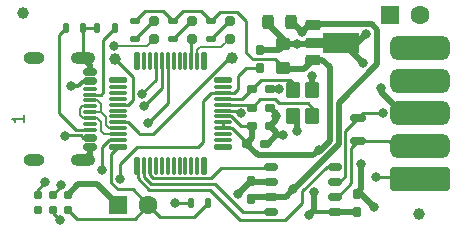
<source format=gtl>
%TF.GenerationSoftware,KiCad,Pcbnew,7.0.5*%
%TF.CreationDate,2023-06-19T14:47:57+02:00*%
%TF.ProjectId,candleLightfd-S01,63616e64-6c65-44c6-9967-687466642d53,R01*%
%TF.SameCoordinates,Original*%
%TF.FileFunction,Copper,L1,Top*%
%TF.FilePolarity,Positive*%
%FSLAX46Y46*%
G04 Gerber Fmt 4.6, Leading zero omitted, Abs format (unit mm)*
G04 Created by KiCad (PCBNEW 7.0.5) date 2023-06-19 14:47:58*
%MOMM*%
%LPD*%
G01*
G04 APERTURE LIST*
G04 Aperture macros list*
%AMRoundRect*
0 Rectangle with rounded corners*
0 $1 Rounding radius*
0 $2 $3 $4 $5 $6 $7 $8 $9 X,Y pos of 4 corners*
0 Add a 4 corners polygon primitive as box body*
4,1,4,$2,$3,$4,$5,$6,$7,$8,$9,$2,$3,0*
0 Add four circle primitives for the rounded corners*
1,1,$1+$1,$2,$3*
1,1,$1+$1,$4,$5*
1,1,$1+$1,$6,$7*
1,1,$1+$1,$8,$9*
0 Add four rect primitives between the rounded corners*
20,1,$1+$1,$2,$3,$4,$5,0*
20,1,$1+$1,$4,$5,$6,$7,0*
20,1,$1+$1,$6,$7,$8,$9,0*
20,1,$1+$1,$8,$9,$2,$3,0*%
G04 Aperture macros list end*
%ADD10C,0.150000*%
%TA.AperFunction,NonConductor*%
%ADD11C,0.150000*%
%TD*%
%TA.AperFunction,SMDPad,CuDef*%
%ADD12C,0.787000*%
%TD*%
%TA.AperFunction,SMDPad,CuDef*%
%ADD13RoundRect,0.125000X0.125000X0.325000X-0.125000X0.325000X-0.125000X-0.325000X0.125000X-0.325000X0*%
%TD*%
%TA.AperFunction,SMDPad,CuDef*%
%ADD14RoundRect,0.187500X0.212500X0.187500X-0.212500X0.187500X-0.212500X-0.187500X0.212500X-0.187500X0*%
%TD*%
%TA.AperFunction,SMDPad,CuDef*%
%ADD15RoundRect,0.187500X0.187500X-0.212500X0.187500X0.212500X-0.187500X0.212500X-0.187500X-0.212500X0*%
%TD*%
%TA.AperFunction,SMDPad,CuDef*%
%ADD16RoundRect,0.125000X-0.125000X-0.325000X0.125000X-0.325000X0.125000X0.325000X-0.125000X0.325000X0*%
%TD*%
%TA.AperFunction,SMDPad,CuDef*%
%ADD17RoundRect,0.187500X-0.212500X-0.187500X0.212500X-0.187500X0.212500X0.187500X-0.212500X0.187500X0*%
%TD*%
%TA.AperFunction,SMDPad,CuDef*%
%ADD18RoundRect,0.199390X-0.199390X0.199390X-0.199390X-0.199390X0.199390X-0.199390X0.199390X0.199390X0*%
%TD*%
%TA.AperFunction,SMDPad,CuDef*%
%ADD19RoundRect,0.250000X0.250000X0.375000X-0.250000X0.375000X-0.250000X-0.375000X0.250000X-0.375000X0*%
%TD*%
%TA.AperFunction,SMDPad,CuDef*%
%ADD20RoundRect,0.225000X-0.425000X-0.225000X0.425000X-0.225000X0.425000X0.225000X-0.425000X0.225000X0*%
%TD*%
%TA.AperFunction,SMDPad,CuDef*%
%ADD21RoundRect,0.225000X-0.775000X-0.225000X0.775000X-0.225000X0.775000X0.225000X-0.775000X0.225000X0*%
%TD*%
%TA.AperFunction,SMDPad,CuDef*%
%ADD22RoundRect,0.225000X-1.337500X-0.641500X1.337500X-0.641500X1.337500X0.641500X-1.337500X0.641500X0*%
%TD*%
%TA.AperFunction,SMDPad,CuDef*%
%ADD23RoundRect,0.125000X0.625000X0.125000X-0.625000X0.125000X-0.625000X-0.125000X0.625000X-0.125000X0*%
%TD*%
%TA.AperFunction,SMDPad,CuDef*%
%ADD24RoundRect,0.070000X0.680000X0.070000X-0.680000X0.070000X-0.680000X-0.070000X0.680000X-0.070000X0*%
%TD*%
%TA.AperFunction,SMDPad,CuDef*%
%ADD25RoundRect,0.125000X-0.125000X0.625000X-0.125000X-0.625000X0.125000X-0.625000X0.125000X0.625000X0*%
%TD*%
%TA.AperFunction,SMDPad,CuDef*%
%ADD26RoundRect,0.070000X-0.070000X0.680000X-0.070000X-0.680000X0.070000X-0.680000X0.070000X0.680000X0*%
%TD*%
%TA.AperFunction,SMDPad,CuDef*%
%ADD27RoundRect,0.125000X-0.625000X-0.125000X0.625000X-0.125000X0.625000X0.125000X-0.625000X0.125000X0*%
%TD*%
%TA.AperFunction,SMDPad,CuDef*%
%ADD28RoundRect,0.070000X-0.680000X-0.070000X0.680000X-0.070000X0.680000X0.070000X-0.680000X0.070000X0*%
%TD*%
%TA.AperFunction,SMDPad,CuDef*%
%ADD29RoundRect,0.125000X0.125000X-0.625000X0.125000X0.625000X-0.125000X0.625000X-0.125000X-0.625000X0*%
%TD*%
%TA.AperFunction,SMDPad,CuDef*%
%ADD30RoundRect,0.070000X0.070000X-0.680000X0.070000X0.680000X-0.070000X0.680000X-0.070000X-0.680000X0*%
%TD*%
%TA.AperFunction,SMDPad,CuDef*%
%ADD31RoundRect,0.150000X-0.425000X0.150000X-0.425000X-0.150000X0.425000X-0.150000X0.425000X0.150000X0*%
%TD*%
%TA.AperFunction,SMDPad,CuDef*%
%ADD32RoundRect,0.075000X-0.500000X0.075000X-0.500000X-0.075000X0.500000X-0.075000X0.500000X0.075000X0*%
%TD*%
%TA.AperFunction,ComponentPad*%
%ADD33O,2.100000X1.000000*%
%TD*%
%TA.AperFunction,ComponentPad*%
%ADD34O,1.800000X1.000000*%
%TD*%
%TA.AperFunction,SMDPad,CuDef*%
%ADD35RoundRect,0.200000X-2.300000X0.800000X-2.300000X-0.800000X2.300000X-0.800000X2.300000X0.800000X0*%
%TD*%
%TA.AperFunction,SMDPad,CuDef*%
%ADD36RoundRect,0.500000X-2.000000X0.500000X-2.000000X-0.500000X2.000000X-0.500000X2.000000X0.500000X0*%
%TD*%
%TA.AperFunction,FiducialPad,Global*%
%ADD37C,1.000000*%
%TD*%
%TA.AperFunction,SMDPad,CuDef*%
%ADD38C,1.000000*%
%TD*%
%TA.AperFunction,SMDPad,CuDef*%
%ADD39RoundRect,0.115000X-0.460000X0.585000X-0.460000X-0.585000X0.460000X-0.585000X0.460000X0.585000X0*%
%TD*%
%TA.AperFunction,SMDPad,CuDef*%
%ADD40RoundRect,0.125000X-0.325000X0.125000X-0.325000X-0.125000X0.325000X-0.125000X0.325000X0.125000X0*%
%TD*%
%TA.AperFunction,SMDPad,CuDef*%
%ADD41RoundRect,0.150000X-0.420000X-0.150000X0.420000X-0.150000X0.420000X0.150000X-0.420000X0.150000X0*%
%TD*%
%TA.AperFunction,ComponentPad*%
%ADD42R,1.600000X1.600000*%
%TD*%
%TA.AperFunction,ComponentPad*%
%ADD43C,1.600000*%
%TD*%
%TA.AperFunction,SMDPad,CuDef*%
%ADD44RoundRect,0.250000X0.375000X-0.250000X0.375000X0.250000X-0.375000X0.250000X-0.375000X-0.250000X0*%
%TD*%
%TA.AperFunction,SMDPad,CuDef*%
%ADD45RoundRect,0.175000X-0.475000X0.175000X-0.475000X-0.175000X0.475000X-0.175000X0.475000X0.175000X0*%
%TD*%
%TA.AperFunction,ViaPad*%
%ADD46C,0.800000*%
%TD*%
%TA.AperFunction,Conductor*%
%ADD47C,0.500000*%
%TD*%
%TA.AperFunction,Conductor*%
%ADD48C,0.250000*%
%TD*%
%TA.AperFunction,Conductor*%
%ADD49C,0.300000*%
%TD*%
%TA.AperFunction,Conductor*%
%ADD50C,0.200000*%
%TD*%
G04 APERTURE END LIST*
D10*
%TO.C,NB2*%
D11*
X102554819Y-130164285D02*
X102554819Y-130735713D01*
X102554819Y-130449999D02*
X101554819Y-130449999D01*
X101554819Y-130449999D02*
X101697676Y-130545237D01*
X101697676Y-130545237D02*
X101792914Y-130640475D01*
X101792914Y-130640475D02*
X101840533Y-130735713D01*
%TD*%
D12*
%TO.P,X3,1,P1*%
%TO.N,+3V3*%
X106270000Y-136865000D03*
%TO.P,X3,2,P2*%
%TO.N,/MCU/SWCLK*%
X106270000Y-138134000D03*
%TO.P,X3,3,P3*%
%TO.N,GND*%
X105000000Y-136865000D03*
%TO.P,X3,4,P4*%
%TO.N,/MCU/SWDIO*%
X105000000Y-138135000D03*
%TO.P,X3,5,P4*%
%TO.N,/MCU/NRST*%
X103730000Y-136865000D03*
%TO.P,X3,6,P4*%
%TO.N,unconnected-(X3-P4-Pad6)*%
X103730000Y-138135000D03*
%TD*%
D13*
%TO.P,R2,1*%
%TO.N,Net-(X1-CC1)*%
X110250000Y-122800000D03*
%TO.P,R2,2*%
%TO.N,GND*%
X108750000Y-122800000D03*
%TD*%
D14*
%TO.P,C2,1*%
%TO.N,GND*%
X123400000Y-127900000D03*
%TO.P,C2,2*%
%TO.N,Net-(U1F-PF1{slash}OSC_OUT)*%
X121900000Y-127900000D03*
%TD*%
D15*
%TO.P,C8,1*%
%TO.N,+3V3*%
X130750000Y-138300000D03*
%TO.P,C8,2*%
%TO.N,GND*%
X130750000Y-136800000D03*
%TD*%
D16*
%TO.P,R1,1*%
%TO.N,Net-(X1-CC2)*%
X106100000Y-122800000D03*
%TO.P,R1,2*%
%TO.N,GND*%
X107600000Y-122800000D03*
%TD*%
D17*
%TO.P,C4,1*%
%TO.N,+3V3*%
X121450000Y-132600000D03*
%TO.P,C4,2*%
%TO.N,GND*%
X122950000Y-132600000D03*
%TD*%
D18*
%TO.P,D1,1,A*%
%TO.N,Net-(D1-A)*%
X116800000Y-122200700D03*
%TO.P,D1,2,K*%
%TO.N,/MCU/LED_TX*%
X116800000Y-123699300D03*
%TD*%
D13*
%TO.P,R6,1*%
%TO.N,/MCU/SWCLK*%
X118200000Y-137550000D03*
%TO.P,R6,2*%
%TO.N,GND*%
X116700000Y-137550000D03*
%TD*%
D19*
%TO.P,C6,1*%
%TO.N,+5V*%
X125200000Y-122250000D03*
%TO.P,C6,2*%
%TO.N,GND*%
X123200000Y-122250000D03*
%TD*%
D20*
%TO.P,U2,1,VIN*%
%TO.N,+5V*%
X127050000Y-122500000D03*
D21*
%TO.P,U2,2,GND*%
%TO.N,GND*%
X127400000Y-124000000D03*
D22*
X129437500Y-124000000D03*
D20*
%TO.P,U2,3,VOUT*%
%TO.N,+3V3*%
X127050000Y-125500000D03*
%TD*%
D14*
%TO.P,C1,1*%
%TO.N,GND*%
X123400000Y-129500000D03*
%TO.P,C1,2*%
%TO.N,Net-(U1F-PF0{slash}OSC_IN)*%
X121900000Y-129500000D03*
%TD*%
D23*
%TO.P,U1,1,PC13*%
%TO.N,unconnected-(U1C-PC13-Pad1)*%
X119425000Y-132840000D03*
D24*
%TO.P,U1,2,PC14/OSC32_IN*%
%TO.N,unconnected-(U1C-PC14{slash}OSC32_IN-Pad2)*%
X119425000Y-132250000D03*
%TO.P,U1,3,PC15/OSC32_OUT*%
%TO.N,unconnected-(U1C-PC15{slash}OSC32_OUT-Pad3)*%
X119425000Y-131750000D03*
%TO.P,U1,4,VBAT*%
%TO.N,+3V3*%
X119425000Y-131250000D03*
%TO.P,U1,5,VREF+*%
X119425000Y-130750000D03*
%TO.P,U1,6,VDD/VDDA*%
X119425000Y-130250000D03*
%TO.P,U1,7,VSS/VSSA*%
%TO.N,GND*%
X119425000Y-129750000D03*
%TO.P,U1,8,PF0/OSC_IN*%
%TO.N,Net-(U1F-PF0{slash}OSC_IN)*%
X119425000Y-129250000D03*
%TO.P,U1,9,PF1/OSC_OUT*%
%TO.N,Net-(U1F-PF1{slash}OSC_OUT)*%
X119425000Y-128750000D03*
%TO.P,U1,10,PF2/NRST*%
%TO.N,/MCU/NRST*%
X119425000Y-128250000D03*
%TO.P,U1,11,PA0*%
%TO.N,unconnected-(U1A-PA0-Pad11)*%
X119425000Y-127750000D03*
D23*
%TO.P,U1,12,PA1*%
%TO.N,unconnected-(U1A-PA1-Pad12)*%
X119425000Y-127160000D03*
D25*
%TO.P,U1,13,PA2*%
%TO.N,unconnected-(U1A-PA2-Pad13)*%
X117840000Y-125575000D03*
D26*
%TO.P,U1,14,PA3*%
%TO.N,/MCU/LED_RX*%
X117250000Y-125575000D03*
%TO.P,U1,15,PA4*%
%TO.N,/MCU/LED_TX*%
X116750000Y-125575000D03*
%TO.P,U1,16,PA5*%
%TO.N,unconnected-(U1A-PA5-Pad16)*%
X116250000Y-125575000D03*
%TO.P,U1,17,PA6*%
%TO.N,unconnected-(U1A-PA6-Pad17)*%
X115750000Y-125575000D03*
%TO.P,U1,18,PA7*%
%TO.N,unconnected-(U1A-PA7-Pad18)*%
X115250000Y-125575000D03*
%TO.P,U1,19,PB0*%
%TO.N,/CAN Transiver/CAN2_RX*%
X114750000Y-125575000D03*
%TO.P,U1,20,PB1*%
%TO.N,/CAN Transiver/CAN2_TX*%
X114250000Y-125575000D03*
%TO.P,U1,21,PB2*%
%TO.N,/CAN Transiver/CAN2_S*%
X113750000Y-125575000D03*
%TO.P,U1,22,PB10*%
%TO.N,unconnected-(U1B-PB10-Pad22)*%
X113250000Y-125575000D03*
%TO.P,U1,23,PB11*%
%TO.N,unconnected-(U1B-PB11-Pad23)*%
X112750000Y-125575000D03*
D25*
%TO.P,U1,24,PB12*%
%TO.N,unconnected-(U1B-PB12-Pad24)*%
X112160000Y-125575000D03*
D27*
%TO.P,U1,25,PB13*%
%TO.N,unconnected-(U1B-PB13-Pad25)*%
X110575000Y-127160000D03*
D28*
%TO.P,U1,26,PB14*%
%TO.N,unconnected-(U1B-PB14-Pad26)*%
X110575000Y-127750000D03*
%TO.P,U1,27,PB15*%
%TO.N,unconnected-(U1B-PB15-Pad27)*%
X110575000Y-128250000D03*
%TO.P,U1,28,PA8*%
%TO.N,unconnected-(U1A-PA8-Pad28)*%
X110575000Y-128750000D03*
%TO.P,U1,29,PA9*%
%TO.N,/MCU/TX*%
X110575000Y-129250000D03*
%TO.P,U1,30,PC6*%
%TO.N,unconnected-(U1C-PC6-Pad30)*%
X110575000Y-129750000D03*
%TO.P,U1,31,PC7*%
%TO.N,unconnected-(U1C-PC7-Pad31)*%
X110575000Y-130250000D03*
%TO.P,U1,32,PA10*%
%TO.N,/MCU/RX*%
X110575000Y-130750000D03*
%TO.P,U1,33,PA11[PA9]*%
%TO.N,/USB_N*%
X110575000Y-131250000D03*
%TO.P,U1,34,PA12[PA10]*%
%TO.N,/USB_P*%
X110575000Y-131750000D03*
%TO.P,U1,35,PA13*%
%TO.N,/MCU/SWDIO*%
X110575000Y-132250000D03*
D27*
%TO.P,U1,36,PA14/BOOT0*%
%TO.N,/MCU/SWCLK*%
X110575000Y-132840000D03*
D29*
%TO.P,U1,37,PA15*%
%TO.N,/CAN Transiver/CAN1_S*%
X112160000Y-134425000D03*
D30*
%TO.P,U1,38,PD0*%
%TO.N,/CAN Transiver/CAN1_RX*%
X112750000Y-134425000D03*
%TO.P,U1,39,PD1*%
%TO.N,/CAN Transiver/CAN1_TX*%
X113250000Y-134425000D03*
%TO.P,U1,40,PD2*%
%TO.N,unconnected-(U1D-PD2-Pad40)*%
X113750000Y-134425000D03*
%TO.P,U1,41,PD3*%
%TO.N,unconnected-(U1D-PD3-Pad41)*%
X114250000Y-134425000D03*
%TO.P,U1,42,PB3*%
%TO.N,unconnected-(U1B-PB3-Pad42)*%
X114750000Y-134425000D03*
%TO.P,U1,43,PB4*%
%TO.N,unconnected-(U1B-PB4-Pad43)*%
X115250000Y-134425000D03*
%TO.P,U1,44,PB5*%
%TO.N,unconnected-(U1B-PB5-Pad44)*%
X115750000Y-134425000D03*
%TO.P,U1,45,PB6*%
%TO.N,unconnected-(U1B-PB6-Pad45)*%
X116250000Y-134425000D03*
%TO.P,U1,46,PB7*%
%TO.N,unconnected-(U1B-PB7-Pad46)*%
X116750000Y-134425000D03*
%TO.P,U1,47,PB8*%
%TO.N,unconnected-(U1B-PB8-Pad47)*%
X117250000Y-134425000D03*
D29*
%TO.P,U1,48,PB9*%
%TO.N,unconnected-(U1B-PB9-Pad48)*%
X117840000Y-134425000D03*
%TD*%
D17*
%TO.P,C5,1*%
%TO.N,+3V3*%
X121900000Y-131050000D03*
%TO.P,C5,2*%
%TO.N,GND*%
X123400000Y-131050000D03*
%TD*%
D31*
%TO.P,X1,A1,GND*%
%TO.N,GND*%
X108180000Y-126450000D03*
%TO.P,X1,A4,VBUS*%
%TO.N,+5V*%
X108180000Y-127250000D03*
D32*
%TO.P,X1,A5,CC1*%
%TO.N,Net-(X1-CC1)*%
X108180000Y-128400000D03*
%TO.P,X1,A6,DP1*%
%TO.N,/USB_P*%
X108180000Y-129400000D03*
%TO.P,X1,A7,DN1*%
%TO.N,/USB_N*%
X108180000Y-129900000D03*
%TO.P,X1,A8,SBU1*%
%TO.N,unconnected-(X1-SBU1-PadA8)*%
X108180000Y-130900000D03*
D31*
%TO.P,X1,B1,GND*%
%TO.N,GND*%
X108180000Y-132850000D03*
%TO.P,X1,B4,VBUS*%
%TO.N,+5V*%
X108180000Y-132050000D03*
D32*
%TO.P,X1,B5,CC2*%
%TO.N,Net-(X1-CC2)*%
X108180000Y-131400000D03*
%TO.P,X1,B6,DP2*%
%TO.N,/USB_P*%
X108180000Y-130400000D03*
%TO.P,X1,B7,DN2*%
%TO.N,/USB_N*%
X108180000Y-128900000D03*
%TO.P,X1,B8,SBU2*%
%TO.N,unconnected-(X1-SBU2-PadB8)*%
X108180000Y-127900000D03*
D33*
%TO.P,X1,SH,Shield*%
%TO.N,GND*%
X107605000Y-125330000D03*
D34*
X103425000Y-125330000D03*
D33*
X107605000Y-133970000D03*
D34*
X103425000Y-133970000D03*
%TD*%
D35*
%TO.P,X2,1*%
%TO.N,/CAN2_L*%
X136100000Y-135540000D03*
D36*
%TO.P,X2,2*%
%TO.N,/CAN1_L*%
X136100000Y-132770000D03*
%TO.P,X2,3*%
%TO.N,GND*%
X136100000Y-130000000D03*
%TO.P,X2,4*%
%TO.N,unconnected-(X2-Pad4)*%
X136100000Y-127230000D03*
%TO.P,X2,5*%
%TO.N,/SH*%
X136100000Y-124460000D03*
%TD*%
D37*
%TO.P,NB4,~*%
%TO.N,N/C*%
X102500000Y-121500000D03*
%TD*%
D38*
%TO.P,TP5,1*%
%TO.N,/MCU/TX*%
X110300000Y-125400000D03*
%TD*%
D15*
%TO.P,C3,1*%
%TO.N,/MCU/NRST*%
X122550000Y-126150000D03*
%TO.P,C3,2*%
%TO.N,GND*%
X122550000Y-124650000D03*
%TD*%
D39*
%TO.P,Y1,1,C_{1}*%
%TO.N,Net-(U1F-PF1{slash}OSC_OUT)*%
X125350000Y-128050000D03*
%TO.P,Y1,2,GND*%
%TO.N,GND*%
X125350000Y-130250000D03*
%TO.P,Y1,3,C_{2}*%
%TO.N,Net-(U1F-PF0{slash}OSC_IN)*%
X126950000Y-130250000D03*
%TO.P,Y1,4,GND*%
%TO.N,GND*%
X126950000Y-128050000D03*
%TD*%
D40*
%TO.P,R3,1*%
%TO.N,+3V3*%
X115200000Y-122200000D03*
%TO.P,R3,2*%
%TO.N,Net-(D1-A)*%
X115200000Y-123700000D03*
%TD*%
D41*
%TO.P,U3,1,TXD*%
%TO.N,/CAN Transiver/CAN1_TX*%
X123500000Y-134495000D03*
%TO.P,U3,2,GND*%
%TO.N,GND*%
X123500000Y-135765000D03*
%TO.P,U3,3,VCC*%
%TO.N,+5V*%
X123500000Y-137035000D03*
%TO.P,U3,4,RXD*%
%TO.N,/CAN Transiver/CAN1_RX*%
X123500000Y-138305000D03*
%TO.P,U3,5,VIO*%
%TO.N,+3V3*%
X128900000Y-138305000D03*
%TO.P,U3,6,CANL*%
%TO.N,/CAN1_L*%
X128900000Y-137035000D03*
%TO.P,U3,7,CANH*%
%TO.N,/CAN1_H*%
X128900000Y-135765000D03*
%TO.P,U3,8,S*%
%TO.N,/CAN Transiver/CAN1_S*%
X128900000Y-134495000D03*
%TD*%
D42*
%TO.P,P2,1,P1*%
%TO.N,+3V3*%
X110580000Y-137750000D03*
D43*
%TO.P,P2,2,P2*%
%TO.N,/MCU/SWCLK*%
X113120000Y-137750000D03*
%TD*%
D44*
%TO.P,C7,1*%
%TO.N,+3V3*%
X124550000Y-126150000D03*
%TO.P,C7,2*%
%TO.N,GND*%
X124550000Y-124150000D03*
%TD*%
D42*
%TO.P,P1,1,P1*%
%TO.N,GND*%
X133600000Y-121650000D03*
D43*
%TO.P,P1,2,P2*%
%TO.N,+12V*%
X136140000Y-121650000D03*
%TD*%
D15*
%TO.P,C10,1*%
%TO.N,+5V*%
X121800000Y-137250000D03*
%TO.P,C10,2*%
%TO.N,GND*%
X121800000Y-135750000D03*
%TD*%
D18*
%TO.P,D2,1,A*%
%TO.N,Net-(D2-A)*%
X120000000Y-122200700D03*
%TO.P,D2,2,K*%
%TO.N,/MCU/LED_RX*%
X120000000Y-123699300D03*
%TD*%
D40*
%TO.P,R5,1*%
%TO.N,+3V3*%
X112000000Y-122200000D03*
%TO.P,R5,2*%
%TO.N,Net-(D3-A)*%
X112000000Y-123700000D03*
%TD*%
D45*
%TO.P,R7,1*%
%TO.N,/CAN1_H*%
X130900000Y-130400000D03*
%TO.P,R7,2*%
%TO.N,/CAN1_L*%
X130900000Y-132300000D03*
%TD*%
D40*
%TO.P,R4,1*%
%TO.N,+3V3*%
X118400000Y-122200000D03*
%TO.P,R4,2*%
%TO.N,Net-(D2-A)*%
X118400000Y-123700000D03*
%TD*%
D38*
%TO.P,TP4,1*%
%TO.N,/MCU/RX*%
X120200000Y-125300000D03*
%TD*%
D18*
%TO.P,D3,1,A*%
%TO.N,Net-(D3-A)*%
X113600000Y-122200700D03*
%TO.P,D3,2,K*%
%TO.N,GND*%
X113600000Y-123699300D03*
%TD*%
D37*
%TO.P,NB3,~*%
%TO.N,N/C*%
X136000000Y-138500000D03*
%TD*%
D46*
%TO.N,+3V3*%
X126750000Y-138600000D03*
X127555074Y-133055074D03*
X127175500Y-136625500D03*
%TO.N,GND*%
X110200000Y-124300000D03*
X124150000Y-127900000D03*
X131500000Y-123300000D03*
X132800000Y-127800000D03*
X105716784Y-136040375D03*
X120700000Y-136800000D03*
X131300000Y-125750000D03*
X125700000Y-124150000D03*
X127000000Y-126850000D03*
X124500000Y-131850000D03*
X123900000Y-130250000D03*
X125700000Y-131500000D03*
X115400000Y-137550000D03*
X132200000Y-137900000D03*
X120917241Y-129992643D03*
X131100000Y-134300000D03*
%TO.N,+5V*%
X106050000Y-131900000D03*
X125400000Y-136400000D03*
X106550000Y-127700500D03*
X126100000Y-123100000D03*
%TO.N,/CAN1_H*%
X133000500Y-130000000D03*
%TO.N,/CAN2_L*%
X132375500Y-135337701D03*
%TO.N,/MCU/SWDIO*%
X105600000Y-139000000D03*
X109225500Y-134775500D03*
%TO.N,/CAN Transiver/CAN2_RX*%
X113050000Y-130800000D03*
%TO.N,/CAN Transiver/CAN2_TX*%
X112750000Y-129350000D03*
%TO.N,/CAN Transiver/CAN2_S*%
X112594115Y-128362729D03*
%TO.N,/MCU/NRST*%
X110750500Y-135569301D03*
X104400000Y-135824500D03*
%TD*%
D47*
%TO.N,+3V3*%
X108780000Y-135950000D02*
X110580000Y-137750000D01*
D48*
X121400000Y-132416386D02*
X121400000Y-132550000D01*
D47*
X128450000Y-132350000D02*
X128450000Y-126100000D01*
D48*
X118400000Y-122200000D02*
X117550000Y-121350000D01*
D47*
X128900000Y-138305000D02*
X130695000Y-138305000D01*
D49*
X127306000Y-138305000D02*
X127175500Y-138174500D01*
D48*
X121400000Y-122200000D02*
X120600000Y-121400000D01*
D47*
X126750000Y-138600000D02*
X127175500Y-138174500D01*
D48*
X121950000Y-125400000D02*
X121400000Y-124850000D01*
X120233614Y-131250000D02*
X121400000Y-132416386D01*
X119200000Y-121400000D02*
X118400000Y-122200000D01*
X117550000Y-121350000D02*
X116050000Y-121350000D01*
X119425000Y-130750000D02*
X119425000Y-131250000D01*
D47*
X127060148Y-133550000D02*
X127555074Y-133055074D01*
X106270000Y-136865000D02*
X107185000Y-135950000D01*
D48*
X121400000Y-124850000D02*
X121400000Y-122200000D01*
X116050000Y-121350000D02*
X115200000Y-122200000D01*
D47*
X127850000Y-125500000D02*
X127050000Y-125500000D01*
D48*
X120950000Y-131050000D02*
X121900000Y-131050000D01*
D47*
X121400000Y-132550000D02*
X122400000Y-133550000D01*
X127175500Y-138174500D02*
X127175500Y-136625500D01*
D48*
X124500000Y-126250000D02*
X124500000Y-126100000D01*
X120600000Y-121400000D02*
X119200000Y-121400000D01*
X119425000Y-130250000D02*
X120150000Y-130250000D01*
X123800000Y-125400000D02*
X121950000Y-125400000D01*
D47*
X128450000Y-126100000D02*
X127850000Y-125500000D01*
D48*
X112000000Y-122200000D02*
X112850000Y-121350000D01*
X119425000Y-131250000D02*
X120233614Y-131250000D01*
D47*
X122400000Y-133550000D02*
X127060148Y-133550000D01*
X124500000Y-126250000D02*
X126300000Y-126250000D01*
X127555074Y-133055074D02*
X127744926Y-133055074D01*
D49*
X128900000Y-138305000D02*
X127306000Y-138305000D01*
D48*
X124500000Y-126100000D02*
X123800000Y-125400000D01*
D47*
X126300000Y-126250000D02*
X127050000Y-125500000D01*
X127744926Y-133055074D02*
X128450000Y-132350000D01*
X121900000Y-132050000D02*
X121900000Y-131050000D01*
X130695000Y-138305000D02*
X130750000Y-138250000D01*
D48*
X114350000Y-121350000D02*
X115200000Y-122200000D01*
D47*
X107185000Y-135950000D02*
X108780000Y-135950000D01*
X121400000Y-132550000D02*
X121900000Y-132050000D01*
D48*
X120150000Y-130250000D02*
X120950000Y-131050000D01*
X112850000Y-121350000D02*
X114350000Y-121350000D01*
D47*
%TO.N,GND*%
X124600000Y-124150000D02*
X124225000Y-124525000D01*
X130750000Y-136750000D02*
X131050000Y-136750000D01*
X132800000Y-127800000D02*
X132800000Y-128200000D01*
X131100000Y-136400000D02*
X131100000Y-134300000D01*
X123900000Y-130250000D02*
X123900000Y-130000000D01*
X129550000Y-124000000D02*
X131300000Y-125750000D01*
X121865000Y-135765000D02*
X121800000Y-135700000D01*
X120700000Y-136800000D02*
X121800000Y-135700000D01*
X123900000Y-130550000D02*
X123900000Y-130250000D01*
D48*
X107600000Y-122800000D02*
X107605000Y-122805000D01*
D47*
X125700000Y-131500000D02*
X125700000Y-130600000D01*
X123500000Y-135765000D02*
X121865000Y-135765000D01*
X123400000Y-127900000D02*
X124150000Y-127900000D01*
X125700000Y-130600000D02*
X125350000Y-130250000D01*
X127000000Y-126850000D02*
X127000000Y-128000000D01*
D48*
X105716784Y-136148216D02*
X105000000Y-136865000D01*
D47*
X125700000Y-124150000D02*
X124600000Y-124150000D01*
X123900000Y-131850000D02*
X123200000Y-132550000D01*
X108180000Y-125905000D02*
X107605000Y-125330000D01*
D48*
X120917241Y-129992643D02*
X120674598Y-129750000D01*
D50*
X110200000Y-124300000D02*
X112999300Y-124300000D01*
D47*
X132800000Y-128200000D02*
X134600000Y-130000000D01*
D48*
X120674598Y-129750000D02*
X119425000Y-129750000D01*
D47*
X127250000Y-124150000D02*
X127400000Y-124000000D01*
X108180000Y-132850000D02*
X108180000Y-133395000D01*
X124100000Y-124650000D02*
X124225000Y-124525000D01*
X122550000Y-124650000D02*
X124100000Y-124650000D01*
D50*
X112999300Y-124300000D02*
X113600000Y-123699300D01*
D47*
X123900000Y-130000000D02*
X123400000Y-129500000D01*
D48*
X105716784Y-136040375D02*
X105716784Y-136148216D01*
D47*
X123900000Y-131550000D02*
X123900000Y-131850000D01*
X123400000Y-131050000D02*
X123900000Y-130550000D01*
X130750000Y-136750000D02*
X131100000Y-136400000D01*
X134600000Y-130000000D02*
X136325000Y-130000000D01*
X127000000Y-128000000D02*
X126950000Y-128050000D01*
X124775000Y-123975000D02*
X123200000Y-122400000D01*
X123900000Y-131850000D02*
X124500000Y-131850000D01*
X129437500Y-124000000D02*
X130800000Y-124000000D01*
X125700000Y-124150000D02*
X127250000Y-124150000D01*
X131050000Y-136750000D02*
X132200000Y-137900000D01*
D48*
X107605000Y-122805000D02*
X107605000Y-125330000D01*
D47*
X124225000Y-124525000D02*
X124775000Y-123975000D01*
X108180000Y-133395000D02*
X107605000Y-133970000D01*
X129437500Y-124000000D02*
X129550000Y-124000000D01*
D48*
X107600000Y-122800000D02*
X108750000Y-122800000D01*
X116700000Y-137550000D02*
X115400000Y-137550000D01*
D47*
X130800000Y-124000000D02*
X131500000Y-123300000D01*
X123400000Y-131050000D02*
X123900000Y-131550000D01*
X108180000Y-126450000D02*
X108180000Y-125905000D01*
%TO.N,+5V*%
X121965000Y-137035000D02*
X123500000Y-137035000D01*
D48*
X108180000Y-132050000D02*
X107604949Y-132050000D01*
D47*
X125400000Y-136400000D02*
X124765000Y-137035000D01*
X125450000Y-122450000D02*
X126100000Y-123100000D01*
D48*
X107604949Y-132050000D02*
X107394949Y-131840000D01*
D47*
X125400000Y-136400000D02*
X125411523Y-136400000D01*
X127100000Y-122450000D02*
X127050000Y-122500000D01*
X132050000Y-122450000D02*
X127100000Y-122450000D01*
D49*
X108180000Y-127250000D02*
X107640305Y-127250000D01*
D47*
X125411523Y-136400000D02*
X129225000Y-132586523D01*
D49*
X107189805Y-127700500D02*
X106550000Y-127700500D01*
D47*
X126950000Y-122400000D02*
X127050000Y-122500000D01*
X124765000Y-137035000D02*
X123500000Y-137035000D01*
D48*
X106110000Y-131840000D02*
X106050000Y-131900000D01*
D47*
X129225000Y-129125000D02*
X132500000Y-125850000D01*
D48*
X107394949Y-131840000D02*
X106110000Y-131840000D01*
D49*
X107640305Y-127250000D02*
X107189805Y-127700500D01*
D47*
X126100000Y-123100000D02*
X126800000Y-122400000D01*
X129225000Y-132586523D02*
X129225000Y-129125000D01*
X132500000Y-122900000D02*
X132050000Y-122450000D01*
X132500000Y-125850000D02*
X132500000Y-122900000D01*
X121800000Y-137200000D02*
X121965000Y-137035000D01*
X125200000Y-122450000D02*
X125450000Y-122450000D01*
X126800000Y-122400000D02*
X126950000Y-122400000D01*
D50*
%TO.N,/USB_N*%
X108180000Y-128900000D02*
X108785330Y-128900000D01*
X109100000Y-129214670D02*
X109100000Y-129900000D01*
X109525000Y-130325000D02*
X109525000Y-130973259D01*
X109525000Y-130973259D02*
X109801741Y-131250000D01*
X109100000Y-129900000D02*
X109525000Y-130325000D01*
X109801741Y-131250000D02*
X110575000Y-131250000D01*
X108785330Y-128900000D02*
X109100000Y-129214670D01*
X108180000Y-129900000D02*
X109100000Y-129900000D01*
%TO.N,/USB_P*%
X108785330Y-130400000D02*
X109100000Y-130714670D01*
X108180000Y-130400000D02*
X108785330Y-130400000D01*
X109100000Y-130714670D02*
X109100000Y-131500000D01*
X109100000Y-131500000D02*
X109350000Y-131750000D01*
X108180000Y-130400000D02*
X107574670Y-130400000D01*
X107305000Y-129595000D02*
X107500000Y-129400000D01*
X107500000Y-129400000D02*
X108180000Y-129400000D01*
X107574670Y-130400000D02*
X107305000Y-130130330D01*
X107305000Y-130130330D02*
X107305000Y-129595000D01*
X109350000Y-131750000D02*
X110575000Y-131750000D01*
D48*
%TO.N,Net-(D1-A)*%
X116699300Y-122200700D02*
X115200000Y-123700000D01*
X116800000Y-122200700D02*
X116699300Y-122200700D01*
%TO.N,Net-(D2-A)*%
X119899300Y-122200700D02*
X118400000Y-123700000D01*
X120000000Y-122200700D02*
X119899300Y-122200700D01*
%TO.N,Net-(D3-A)*%
X113600000Y-122200700D02*
X113499300Y-122200700D01*
X113499300Y-122200700D02*
X112000000Y-123700000D01*
%TO.N,Net-(X1-CC2)*%
X108180000Y-131400000D02*
X108170000Y-131390000D01*
X106990000Y-131390000D02*
X105550000Y-129950000D01*
X108170000Y-131390000D02*
X106990000Y-131390000D01*
X105550000Y-123350000D02*
X106100000Y-122800000D01*
X105550000Y-129950000D02*
X105550000Y-123350000D01*
%TO.N,Net-(X1-CC1)*%
X109300000Y-123750000D02*
X110250000Y-122800000D01*
X109300000Y-128200000D02*
X109300000Y-123750000D01*
X108180000Y-128400000D02*
X109100000Y-128400000D01*
X109100000Y-128400000D02*
X109300000Y-128200000D01*
%TO.N,/MCU/SWCLK*%
X109950000Y-133450000D02*
X109950000Y-135850000D01*
X111770000Y-136400000D02*
X113120000Y-137750000D01*
X117000000Y-138750000D02*
X118200000Y-137550000D01*
X110560000Y-132840000D02*
X109950000Y-133450000D01*
X110500000Y-136400000D02*
X111770000Y-136400000D01*
X106270000Y-138134000D02*
X107036000Y-138900000D01*
X113120000Y-137750000D02*
X114120000Y-138750000D01*
X114120000Y-138750000D02*
X117000000Y-138750000D01*
X109950000Y-135850000D02*
X110500000Y-136400000D01*
X110575000Y-132840000D02*
X110560000Y-132840000D01*
X107036000Y-138900000D02*
X111970000Y-138900000D01*
X111970000Y-138900000D02*
X113120000Y-137750000D01*
%TO.N,/CAN1_H*%
X129317500Y-135765000D02*
X129800000Y-135282500D01*
X129800000Y-131500000D02*
X130900000Y-130400000D01*
X128900000Y-135765000D02*
X129317500Y-135765000D01*
X131300000Y-130000000D02*
X130900000Y-130400000D01*
X133000500Y-130000000D02*
X131300000Y-130000000D01*
X129800000Y-135282500D02*
X129800000Y-131500000D01*
%TO.N,/CAN1_L*%
X130300000Y-135900000D02*
X130300000Y-132900000D01*
X130300000Y-132900000D02*
X130900000Y-132300000D01*
X129165000Y-137035000D02*
X130300000Y-135900000D01*
X133450000Y-132300000D02*
X133920000Y-132770000D01*
X130900000Y-132300000D02*
X133450000Y-132300000D01*
X133920000Y-132770000D02*
X136325000Y-132770000D01*
X128900000Y-137035000D02*
X129165000Y-137035000D01*
%TO.N,/CAN2_L*%
X132375500Y-135337701D02*
X134687701Y-135337701D01*
X134890000Y-135540000D02*
X136100000Y-135540000D01*
X134687701Y-135337701D02*
X134890000Y-135540000D01*
%TO.N,/MCU/SWDIO*%
X109778604Y-132250000D02*
X110575000Y-132250000D01*
X109225500Y-132803104D02*
X109778604Y-132250000D01*
X105000000Y-138400000D02*
X105600000Y-139000000D01*
X109225500Y-134775500D02*
X109225500Y-132803104D01*
X105000000Y-138135000D02*
X105000000Y-138400000D01*
%TO.N,/CAN Transiver/CAN2_RX*%
X114750000Y-129100000D02*
X114750000Y-125575000D01*
X113050000Y-130800000D02*
X114750000Y-129100000D01*
%TO.N,/CAN Transiver/CAN2_TX*%
X114250000Y-127850000D02*
X114250000Y-125575000D01*
X112750000Y-129350000D02*
X114250000Y-127850000D01*
%TO.N,/CAN Transiver/CAN1_RX*%
X123500000Y-138305000D02*
X121105000Y-138305000D01*
X121105000Y-138305000D02*
X118750000Y-135950000D01*
X118750000Y-135950000D02*
X113329990Y-135950000D01*
X113329990Y-135950000D02*
X112750000Y-135370010D01*
X112750000Y-135370010D02*
X112750000Y-134425000D01*
%TO.N,/CAN Transiver/CAN1_TX*%
X113516386Y-135500000D02*
X118400000Y-135500000D01*
X119275000Y-134625000D02*
X123370000Y-134625000D01*
X113250000Y-135233614D02*
X113516386Y-135500000D01*
X113250000Y-134425000D02*
X113250000Y-135233614D01*
X123370000Y-134625000D02*
X123500000Y-134495000D01*
X118400000Y-135500000D02*
X119275000Y-134625000D01*
%TO.N,/CAN Transiver/CAN1_S*%
X124700000Y-139000000D02*
X120900000Y-139000000D01*
X113150000Y-136450000D02*
X112200000Y-135500000D01*
X128205000Y-134495000D02*
X126150000Y-136550000D01*
X118350000Y-136450000D02*
X113150000Y-136450000D01*
X128900000Y-134495000D02*
X128205000Y-134495000D01*
X126150000Y-136550000D02*
X126150000Y-137550000D01*
X112200000Y-134465000D02*
X112160000Y-134425000D01*
X120900000Y-139000000D02*
X118350000Y-136450000D01*
X126150000Y-137550000D02*
X124700000Y-139000000D01*
X112200000Y-135500000D02*
X112200000Y-134465000D01*
%TO.N,/CAN Transiver/CAN2_S*%
X113750000Y-127150000D02*
X113750000Y-125575000D01*
X112594115Y-128362729D02*
X112594115Y-128305885D01*
X112594115Y-128305885D02*
X113750000Y-127150000D01*
%TO.N,/MCU/NRST*%
X110750500Y-135569301D02*
X110750500Y-134248802D01*
X121350000Y-126150000D02*
X120700000Y-126800000D01*
X120700000Y-127900000D02*
X120350000Y-128250000D01*
X103730000Y-136865000D02*
X103730000Y-136494500D01*
X110750500Y-134248802D02*
X112149302Y-132850000D01*
X120350000Y-128250000D02*
X119425000Y-128250000D01*
X117350000Y-132850000D02*
X117750000Y-132450000D01*
X122550000Y-126150000D02*
X121350000Y-126150000D01*
X120700000Y-126800000D02*
X120700000Y-127900000D01*
X118450000Y-128250000D02*
X119425000Y-128250000D01*
X117750000Y-132450000D02*
X117750000Y-128950000D01*
X112149302Y-132850000D02*
X117350000Y-132850000D01*
X103730000Y-136494500D02*
X104400000Y-135824500D01*
X117750000Y-128950000D02*
X118450000Y-128250000D01*
%TO.N,/MCU/LED_TX*%
X116750000Y-123749300D02*
X116750000Y-125575000D01*
X116800000Y-123699300D02*
X116750000Y-123749300D01*
D50*
%TO.N,/MCU/LED_RX*%
X117250000Y-124650000D02*
X117500000Y-124400000D01*
X117250000Y-125575000D02*
X117250000Y-124650000D01*
X117500000Y-124400000D02*
X119299300Y-124400000D01*
X119299300Y-124400000D02*
X120000000Y-123699300D01*
D48*
%TO.N,Net-(U1F-PF0{slash}OSC_IN)*%
X121900000Y-129500000D02*
X122600000Y-128800000D01*
X126950000Y-129500000D02*
X126950000Y-130250000D01*
X121650000Y-129250000D02*
X121900000Y-129500000D01*
X126600000Y-129150000D02*
X126950000Y-129500000D01*
X124174784Y-129150000D02*
X126600000Y-129150000D01*
X119425000Y-129250000D02*
X121650000Y-129250000D01*
X123824784Y-128800000D02*
X124174784Y-129150000D01*
X122600000Y-128800000D02*
X123824784Y-128800000D01*
%TO.N,Net-(U1F-PF1{slash}OSC_OUT)*%
X119425000Y-128750000D02*
X121050000Y-128750000D01*
X125350000Y-127450000D02*
X125075000Y-127175000D01*
X125350000Y-128050000D02*
X125350000Y-127450000D01*
X122625000Y-127175000D02*
X121900000Y-127900000D01*
X125075000Y-127175000D02*
X122625000Y-127175000D01*
X121050000Y-128750000D02*
X121900000Y-127900000D01*
%TO.N,/MCU/RX*%
X110575000Y-130750000D02*
X111383614Y-130750000D01*
X119898604Y-125300000D02*
X120200000Y-125300000D01*
X112300000Y-131666386D02*
X112300000Y-131700000D01*
X111383614Y-130750000D02*
X112300000Y-131666386D01*
X113498604Y-131700000D02*
X119898604Y-125300000D01*
X112300000Y-131700000D02*
X113498604Y-131700000D01*
%TO.N,/MCU/TX*%
X111383614Y-129250000D02*
X111800000Y-128833614D01*
X110575000Y-129250000D02*
X111383614Y-129250000D01*
X111800000Y-126900000D02*
X110300000Y-125400000D01*
X111800000Y-128833614D02*
X111800000Y-126900000D01*
%TD*%
M02*

</source>
